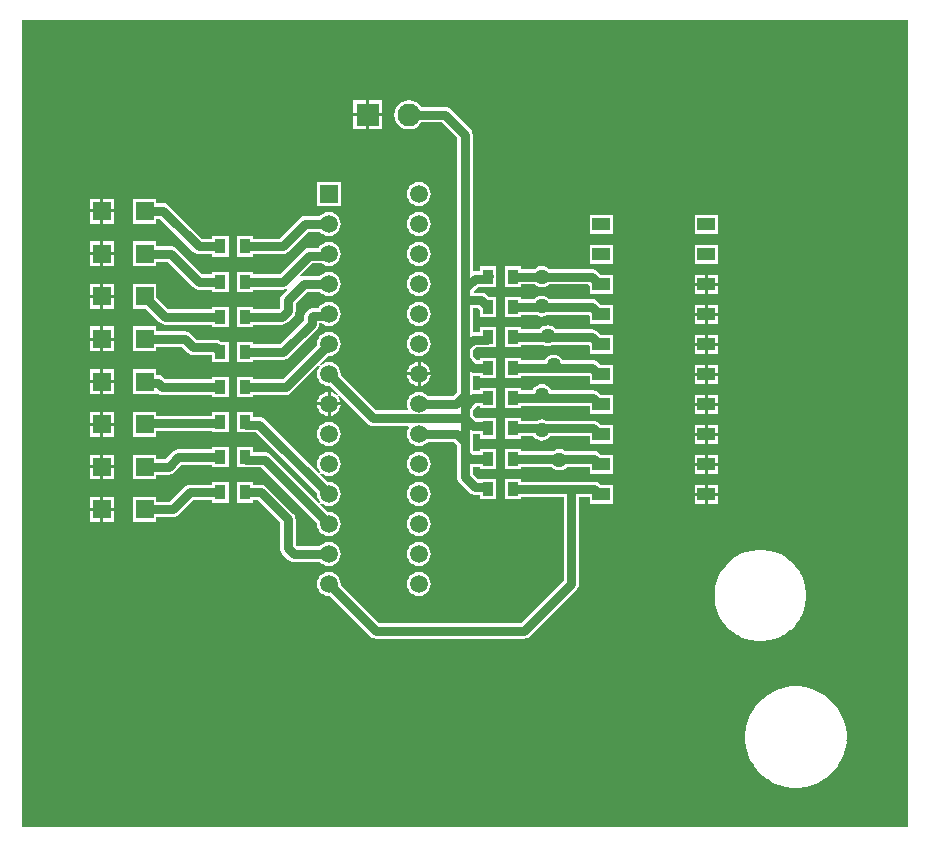
<source format=gbr>
%FSTAX23Y23*%
%MOIN*%
%SFA1B1*%

%IPPOS*%
%ADD10R,0.059055X0.062992*%
%ADD11R,0.059055X0.043307*%
%ADD12R,0.035433X0.047244*%
%ADD13C,0.031496*%
%ADD14C,0.076772*%
%ADD15R,0.076772X0.076772*%
%ADD16C,0.059055*%
%ADD17R,0.059055X0.059055*%
%ADD18C,0.050000*%
%LNpcb2_copper_signal_top-1*%
%LPD*%
G36*
X0561Y01D02*
X02657D01*
Y0369*
X0561*
Y01*
G37*
%LNpcb2_copper_signal_top-2*%
%LPC*%
G36*
X03857Y03422D02*
X03814D01*
Y03379*
X03857*
Y03422*
G37*
G36*
X03804D02*
X0376D01*
Y03379*
X03804*
Y03422*
G37*
G36*
X03857Y03369D02*
X03814D01*
Y03325*
X03857*
Y03369*
G37*
G36*
X03804D02*
X0376D01*
Y03325*
X03804*
Y03369*
G37*
G36*
X03719Y03149D02*
X0364D01*
Y0307*
X03719*
Y03149*
G37*
G36*
X0398Y03149D02*
X03969Y03148D01*
X0396Y03144*
X03951Y03138*
X03945Y03129*
X03941Y0312*
X0394Y0311*
X03941Y03099*
X03945Y0309*
X03951Y03081*
X0396Y03075*
X03969Y03071*
X0398Y0307*
X0399Y03071*
X03999Y03075*
X04008Y03081*
X04014Y0309*
X04018Y03099*
X04019Y0311*
X04018Y0312*
X04014Y03129*
X04008Y03138*
X03999Y03144*
X0399Y03148*
X0398Y03149*
G37*
G36*
X02962Y03094D02*
X02928D01*
Y03058*
X02962*
Y03094*
G37*
G36*
X02918D02*
X02883D01*
Y03058*
X02918*
Y03094*
G37*
G36*
X02962Y03048D02*
X02928D01*
Y03011*
X02962*
Y03048*
G37*
G36*
X02918D02*
X02883D01*
Y03011*
X02918*
Y03048*
G37*
G36*
X04978Y0304D02*
X04899D01*
Y02977*
X04978*
Y0304*
G37*
G36*
X04628D02*
X04549D01*
Y02977*
X04628*
Y0304*
G37*
G36*
X0398Y03049D02*
X03969Y03048D01*
X0396Y03044*
X03951Y03038*
X03945Y03029*
X03941Y0302*
X0394Y0301*
X03941Y02999*
X03945Y0299*
X03951Y02981*
X0396Y02975*
X03969Y02971*
X0398Y0297*
X0399Y02971*
X03999Y02975*
X04008Y02981*
X04014Y0299*
X04018Y02999*
X04019Y0301*
X04018Y0302*
X04014Y03029*
X04008Y03038*
X03999Y03044*
X0399Y03048*
X0398Y03049*
G37*
G36*
X0368D02*
X03669Y03048D01*
X0366Y03044*
X03651Y03038*
X0365Y03035*
X036*
X03593Y03035*
X03587Y03032*
X03582Y03028*
X03514Y0296*
X03428*
Y02968*
X03372*
Y02901*
X03428*
Y02909*
X03525*
X03532Y02909*
X03538Y02912*
X03543Y02916*
X03611Y02984*
X0365*
X03651Y02981*
X0366Y02975*
X03669Y02971*
X0368Y0297*
X0369Y02971*
X03699Y02975*
X03708Y02981*
X03714Y0299*
X03718Y02999*
X03719Y0301*
X03718Y0302*
X03714Y03029*
X03708Y03038*
X03699Y03044*
X0369Y03048*
X0368Y03049*
G37*
G36*
X02962Y02952D02*
X02928D01*
Y02915*
X02962*
Y02952*
G37*
G36*
X02918D02*
X02883D01*
Y02915*
X02918*
Y02952*
G37*
G36*
X03104Y03094D02*
X03025D01*
Y03011*
X03104*
Y03027*
X03117*
X03227Y02916*
X03233Y02912*
X03239Y02909*
X03246Y02909*
X0329*
Y02901*
X03345*
Y02968*
X0329*
Y0296*
X03256*
X03146Y03071*
X03141Y03075*
X03134Y03078*
X03128Y03079*
X03104*
Y03094*
G37*
G36*
X04978Y0294D02*
X04899D01*
Y02877*
X04978*
Y0294*
G37*
G36*
X04628D02*
X04549D01*
Y02877*
X04628*
Y0294*
G37*
G36*
X0398Y02949D02*
X03969Y02948D01*
X0396Y02944*
X03951Y02938*
X03945Y02929*
X03941Y0292*
X0394Y0291*
X03941Y02899*
X03945Y0289*
X03951Y02881*
X0396Y02875*
X03969Y02871*
X0398Y0287*
X0399Y02871*
X03999Y02875*
X04008Y02881*
X04014Y0289*
X04018Y02899*
X04019Y0291*
X04018Y0292*
X04014Y02929*
X04008Y02938*
X03999Y02944*
X0399Y02948*
X0398Y02949*
G37*
G36*
X0368D02*
X03669Y02948D01*
X0366Y02944*
X03651Y02938*
X03646Y0293*
X03613*
X03606Y02929*
X036Y02927*
X03595Y02923*
X03515Y02843*
X03428*
Y02851*
X03372*
Y02784*
X03428*
Y02791*
X03526*
X03533Y02792*
X03539Y02795*
X03541Y02791*
X03524Y02774*
X0352Y02768*
X03518Y02762*
X03517Y02755*
Y02729*
X03514Y02726*
X03428*
Y02734*
X03372*
Y02667*
X03428*
Y02674*
X03524*
X03531Y02675*
X03537Y02678*
X03543Y02682*
X03561Y027*
X03565Y02706*
X03568Y02712*
X03569Y02719*
Y02745*
X03608Y02784*
X0365*
X03651Y02781*
X0366Y02775*
X03669Y02771*
X0368Y0277*
X0369Y02771*
X03699Y02775*
X03708Y02781*
X03714Y0279*
X03718Y02799*
X03719Y0281*
X03718Y0282*
X03714Y02829*
X03708Y02838*
X03699Y02844*
X0369Y02848*
X0368Y02849*
X03669Y02848*
X0366Y02844*
X03651Y02838*
X0365Y02835*
X03597*
X0359Y02835*
X03584Y02832*
X03582Y02836*
X03624Y02878*
X03655*
X0366Y02875*
X03669Y02871*
X0368Y0287*
X0369Y02871*
X03699Y02875*
X03708Y02881*
X03714Y0289*
X03718Y02899*
X03719Y0291*
X03718Y0292*
X03714Y02929*
X03708Y02938*
X03699Y02944*
X0369Y02948*
X0368Y02949*
G37*
G36*
X02962Y02905D02*
X02928D01*
Y02869*
X02962*
Y02905*
G37*
G36*
X02918D02*
X02883D01*
Y02869*
X02918*
Y02905*
G37*
G36*
X04389Y02869D02*
X0438Y02868D01*
X04372Y02865*
X04366Y0286*
X04321*
Y02868*
X04265*
Y02801*
X04321*
Y02808*
X04366*
X04372Y02804*
X0438Y028*
X04389Y02799*
X04398Y028*
X04407Y02804*
X04413Y02808*
X04544*
X04549Y02803*
Y02777*
X04628*
Y0284*
X04585*
X04573Y02853*
X04568Y02857*
X04561Y02859*
X04555Y0286*
X04413*
X04407Y02865*
X04398Y02868*
X04389Y02869*
G37*
G36*
X04978Y0284D02*
X04943D01*
Y02814*
X04978*
Y0284*
G37*
G36*
X04933D02*
X04899D01*
Y02814*
X04933*
Y0284*
G37*
G36*
X03104Y02952D02*
X03025D01*
Y02869*
X03104*
Y02884*
X03141*
X03226Y02799*
X03232Y02795*
X03238Y02792*
X03245Y02791*
X0329*
Y02784*
X03345*
Y02851*
X0329*
Y02843*
X03255*
X0317Y02929*
X03165Y02933*
X03158Y02935*
X03152Y02936*
X03104*
Y02952*
G37*
G36*
X04978Y02804D02*
X04943D01*
Y02777*
X04978*
Y02804*
G37*
G36*
X04933D02*
X04899D01*
Y02777*
X04933*
Y02804*
G37*
G36*
X02962Y0281D02*
X02928D01*
Y02773*
X02962*
Y0281*
G37*
G36*
X02918D02*
X02883D01*
Y02773*
X02918*
Y0281*
G37*
G36*
X0398Y02849D02*
X03969Y02848D01*
X0396Y02844*
X03951Y02838*
X03945Y02829*
X03941Y0282*
X0394Y0281*
X03941Y02799*
X03945Y0279*
X03951Y02781*
X0396Y02775*
X03969Y02771*
X0398Y0277*
X0399Y02771*
X03999Y02775*
X04008Y02781*
X04014Y0279*
X04018Y02799*
X04019Y0281*
X04018Y0282*
X04014Y02829*
X04008Y02838*
X03999Y02844*
X0399Y02848*
X0398Y02849*
G37*
G36*
X04389Y02771D02*
X0438Y0277D01*
X04372Y02766*
X04364Y02761*
X04363Y02759*
X04321*
Y02767*
X04265*
Y02699*
X04321*
Y02707*
X04369*
X04372Y02705*
X0438Y02702*
X04389Y027*
X04398Y02702*
X04407Y02705*
X04409Y02707*
X04545*
X04549Y02703*
Y02677*
X04628*
Y0274*
X04585*
X04574Y02751*
X04569Y02755*
X04563Y02758*
X04556Y02759*
X04416*
X04414Y02761*
X04407Y02766*
X04398Y0277*
X04389Y02771*
G37*
G36*
X02962Y02763D02*
X02928D01*
Y02727*
X02962*
Y02763*
G37*
G36*
X02918D02*
X02883D01*
Y02727*
X02918*
Y02763*
G37*
G36*
X04978Y0274D02*
X04943D01*
Y02714*
X04978*
Y0274*
G37*
G36*
X04933D02*
X04899D01*
Y02714*
X04933*
Y0274*
G37*
G36*
X03946Y03422D02*
X03934Y03421D01*
X03922Y03416*
X03912Y03408*
X03904Y03398*
X03899Y03386*
X03898Y03374*
X03899Y03361*
X03904Y03349*
X03912Y03339*
X03922Y03331*
X03934Y03326*
X03946Y03325*
X03959Y03326*
X03971Y03331*
X03981Y03339*
X03987Y03348*
X04056*
X04107Y03296*
Y02795*
Y02755*
Y02598*
Y02559*
Y02451*
X04092Y02435*
X04009*
X04008Y02438*
X03999Y02444*
X0399Y02448*
X0398Y02449*
X03969Y02448*
X0396Y02444*
X03951Y02438*
X03945Y02429*
X03941Y0242*
X0394Y0241*
X03941Y02399*
X03944Y02393*
X0394Y02388*
X03838*
X03719Y02507*
X03719Y0251*
X03718Y0252*
X03714Y02529*
X03708Y02538*
X03699Y02544*
X0369Y02548*
X0368Y02549*
X03669Y02548*
X0366Y02544*
X03654Y0254*
X03652Y02538*
X03649Y02542*
X03677Y0257*
X0368Y0257*
X0369Y02571*
X03699Y02575*
X03708Y02581*
X03714Y0259*
X03718Y02599*
X03719Y0261*
X03718Y0262*
X03714Y02629*
X03708Y02638*
X03699Y02644*
X0369Y02648*
X0368Y02649*
X03669Y02648*
X0366Y02644*
X03651Y02638*
X03645Y02629*
X03641Y0262*
X0364Y0261*
X0364Y02607*
X03525Y02492*
X03428*
Y025*
X03372*
Y02432*
X03428*
Y0244*
X03536*
X03543Y02441*
X03549Y02443*
X03554Y02448*
X03647Y0254*
X03651Y02537*
X03649Y02535*
X03645Y02529*
X03641Y0252*
X0364Y0251*
X03641Y02499*
X03645Y0249*
X03651Y02481*
X0366Y02475*
X03669Y02471*
X0368Y0247*
X03682Y0247*
X0371Y02442*
X03707Y02438*
X03705Y0244*
X03699Y02444*
X0369Y02448*
X03685Y02449*
Y02415*
X03719*
X03718Y0242*
X03714Y02429*
X0371Y02435*
X03708Y02437*
X03712Y0244*
X03809Y02343*
X03814Y02339*
X03821Y02337*
X03827Y02336*
X03944*
X03946Y02331*
X03945Y02329*
X03941Y0232*
X0394Y0231*
X03941Y02299*
X03945Y0229*
X03951Y02281*
X0396Y02275*
X03969Y02271*
X0398Y0227*
X0399Y02271*
X03999Y02275*
X04008Y02281*
X04009Y02284*
X04096*
X04107Y02272*
Y02244*
Y02165*
X04108Y02158*
X04111Y02152*
X04115Y02146*
X04146Y02115*
X04152Y02111*
X04158Y02108*
X04165Y02107*
X04182*
Y02092*
X04238*
Y02159*
X0421*
X04208Y02159*
X04176*
X04159Y02176*
Y02201*
X04182*
Y02193*
X04238*
Y0226*
X04182*
Y02253*
X04161*
X04159Y02254*
Y02283*
Y0231*
X04182*
Y02294*
X04238*
Y02362*
X0421*
X04208Y02362*
X0417*
X04159Y02372*
Y0239*
X04172Y02403*
X04182*
Y02396*
X04238*
Y02463*
X04182*
Y02455*
X04161*
X04159Y02457*
Y02503*
X04161Y02504*
X04182*
Y02497*
X04238*
Y02564*
X04182*
Y02556*
X04172*
X04159Y02569*
Y02587*
X0417Y02598*
X04208*
X0421Y02598*
X04238*
Y02665*
X04182*
Y0265*
X04159*
Y02729*
X04177*
X04182Y02724*
Y02699*
X04238*
Y02767*
X04213*
X04206Y02774*
X04201Y02778*
X04194Y0278*
X04188Y02781*
X04164*
X04162Y02786*
X04176Y028*
X04208*
X0421Y02801*
X04238*
Y02834*
X04238Y02836*
X04238Y02838*
Y02868*
X04182*
Y02852*
X04165*
X04163Y02852*
X04159Y02855*
Y03307*
X04158Y03313*
X04156Y0332*
X04152Y03325*
X04085Y03392*
X04079Y03396*
X04073Y03399*
X04066Y03399*
X03987*
X03981Y03408*
X03971Y03416*
X03959Y03421*
X03946Y03422*
G37*
G36*
X04978Y02704D02*
X04943D01*
Y02677*
X04978*
Y02704*
G37*
G36*
X04933D02*
X04899D01*
Y02677*
X04933*
Y02704*
G37*
G36*
X0398Y02749D02*
X03969Y02748D01*
X0396Y02744*
X03951Y02738*
X03945Y02729*
X03941Y0272*
X0394Y0271*
X03941Y02699*
X03945Y0269*
X03951Y02681*
X0396Y02675*
X03969Y02671*
X0398Y0267*
X0399Y02671*
X03999Y02675*
X04008Y02681*
X04014Y0269*
X04018Y02699*
X04019Y0271*
X04018Y0272*
X04014Y02729*
X04008Y02738*
X03999Y02744*
X0399Y02748*
X0398Y02749*
G37*
G36*
X0368D02*
X03669Y02748D01*
X0366Y02744*
X03651Y02738*
X03646Y0273*
X03628*
X03621Y02729*
X03615Y02727*
X0361Y02723*
X03603Y02716*
X03599Y02711*
X03596Y02704*
X03596Y02698*
Y02687*
X03517Y02609*
X03428*
Y02617*
X03372*
Y02549*
X03428*
Y02557*
X03528*
X03535Y02558*
X03541Y02561*
X03546Y02565*
X0364Y02658*
X03644Y02664*
X03647Y0267*
X03648Y02677*
Y02678*
X03655*
X0366Y02675*
X03669Y02671*
X0368Y0267*
X0369Y02671*
X03699Y02675*
X03708Y02681*
X03714Y0269*
X03718Y02699*
X03719Y0271*
X03718Y0272*
X03714Y02729*
X03708Y02738*
X03699Y02744*
X0369Y02748*
X0368Y02749*
G37*
G36*
X03104Y0281D02*
X03025D01*
Y02727*
X03069*
X03114Y02682*
X0312Y02678*
X03126Y02675*
X03133Y02674*
X0329*
Y02667*
X03345*
Y02734*
X0329*
Y02726*
X03143*
X03104Y02765*
Y0281*
G37*
G36*
X04409Y02673D02*
X044Y02671D01*
X04391Y02668*
X04384Y02662*
X0438Y02658*
X04321*
Y02665*
X04265*
Y02598*
X04321*
Y02606*
X04394*
X044Y02603*
X04409Y02602*
X04418Y02603*
X04424Y02606*
X04546*
X04549Y02603*
Y02577*
X04628*
Y0264*
X04585*
X04575Y0265*
X0457Y02654*
X04564Y02657*
X04557Y02658*
X04437*
X04434Y02662*
X04427Y02668*
X04418Y02671*
X04409Y02673*
G37*
G36*
X02962Y02668D02*
X02928D01*
Y02631*
X02962*
Y02668*
G37*
G36*
X02918D02*
X02883D01*
Y02631*
X02918*
Y02668*
G37*
G36*
X04978Y0264D02*
X04943D01*
Y02614*
X04978*
Y0264*
G37*
G36*
X04933D02*
X04899D01*
Y02614*
X04933*
Y0264*
G37*
G36*
X02962Y02621D02*
X02928D01*
Y02585*
X02962*
Y02621*
G37*
G36*
X02918D02*
X02883D01*
Y02585*
X02918*
Y02621*
G37*
G36*
X04978Y02604D02*
X04943D01*
Y02577*
X04978*
Y02604*
G37*
G36*
X04933D02*
X04899D01*
Y02577*
X04933*
Y02604*
G37*
G36*
X0398Y02649D02*
X03969Y02648D01*
X0396Y02644*
X03951Y02638*
X03945Y02629*
X03941Y0262*
X0394Y0261*
X03941Y02599*
X03945Y0259*
X03951Y02581*
X0396Y02575*
X03969Y02571*
X0398Y0257*
X0399Y02571*
X03999Y02575*
X04008Y02581*
X04014Y0259*
X04018Y02599*
X04019Y0261*
X04018Y0262*
X04014Y02629*
X04008Y02638*
X03999Y02644*
X0399Y02648*
X0398Y02649*
G37*
G36*
X04429Y02574D02*
X04419Y02573D01*
X04411Y02569*
X04404Y02564*
X04398Y02557*
X04398Y02556*
X04321*
Y02564*
X04265*
Y02497*
X04321*
Y02504*
X04422*
X04429Y02504*
X04435Y02504*
X04548*
X04549Y02503*
Y02477*
X04628*
Y0254*
X04585*
X04577Y02549*
X04571Y02553*
X04565Y02556*
X04558Y02556*
X04459*
X04459Y02557*
X04454Y02564*
X04446Y02569*
X04438Y02573*
X04429Y02574*
G37*
G36*
X03104Y02668D02*
X03025D01*
Y02585*
X03104*
Y026*
X03189*
X03209Y0258*
X03215Y02575*
X03221Y02573*
X03228Y02572*
X0329*
Y02549*
X03345*
Y02617*
X0332*
X03316Y0262*
X03309Y02623*
X03303Y02624*
X03239*
X03218Y02644*
X03213Y02649*
X03206Y02651*
X032Y02652*
X03104*
Y02668*
G37*
G36*
X03985Y02549D02*
Y02515D01*
X04019*
X04018Y0252*
X04014Y02529*
X04008Y02538*
X03999Y02544*
X0399Y02548*
X03985Y02549*
G37*
G36*
X03975D02*
X03969Y02548D01*
X0396Y02544*
X03951Y02538*
X03945Y02529*
X03941Y0252*
X0394Y02515*
X03975*
Y02549*
G37*
G36*
X04978Y0254D02*
X04943D01*
Y02514*
X04978*
Y0254*
G37*
G36*
X04933D02*
X04899D01*
Y02514*
X04933*
Y0254*
G37*
G36*
X02962Y02525D02*
X02928D01*
Y02489*
X02962*
Y02525*
G37*
G36*
X02918D02*
X02883D01*
Y02489*
X02918*
Y02525*
G37*
G36*
X04978Y02504D02*
X04943D01*
Y02477*
X04978*
Y02504*
G37*
G36*
X04933D02*
X04899D01*
Y02477*
X04933*
Y02504*
G37*
G36*
X04019Y02505D02*
X03985D01*
Y0247*
X0399Y02471*
X03999Y02475*
X04008Y02481*
X04014Y0249*
X04018Y02499*
X04019Y02505*
G37*
G36*
X03975D02*
X0394D01*
X03941Y02499*
X03945Y0249*
X03951Y02481*
X0396Y02475*
X03969Y02471*
X03975Y0247*
Y02505*
G37*
G36*
X04389Y02476D02*
X0438Y02475D01*
X04372Y02471*
X04364Y02465*
X04359Y02458*
X04357Y02455*
X04321*
Y02463*
X04265*
Y02396*
X04321*
Y02403*
X04549*
Y02377*
X04628*
Y0244*
X04585*
X04578Y02448*
X04573Y02452*
X04566Y02454*
X0456Y02455*
X04421*
X0442Y02458*
X04414Y02465*
X04407Y02471*
X04398Y02475*
X04389Y02476*
G37*
G36*
X02962Y02479D02*
X02928D01*
Y02442*
X02962*
Y02479*
G37*
G36*
X02918D02*
X02883D01*
Y02442*
X02918*
Y02479*
G37*
G36*
X03104Y02525D02*
X03025D01*
Y02442*
X03104*
X03109Y02445*
X03111Y02443*
X03117Y02441*
X03124Y0244*
X0329*
Y02432*
X03345*
Y025*
X0329*
Y02492*
X03134*
X03128Y02498*
X03123Y02502*
X03116Y02505*
X0311Y02506*
X03104*
Y02525*
G37*
G36*
X03675Y02449D02*
X03669Y02448D01*
X0366Y02444*
X03651Y02438*
X03645Y02429*
X03641Y0242*
X0364Y02415*
X03675*
Y02449*
G37*
G36*
X04978Y0244D02*
X04943D01*
Y02414*
X04978*
Y0244*
G37*
G36*
X04933D02*
X04899D01*
Y02414*
X04933*
Y0244*
G37*
G36*
X04978Y02404D02*
X04943D01*
Y02377*
X04978*
Y02404*
G37*
G36*
X04933D02*
X04899D01*
Y02377*
X04933*
Y02404*
G37*
G36*
X03719Y02405D02*
X03685D01*
Y0237*
X0369Y02371*
X03699Y02375*
X03708Y02381*
X03714Y0239*
X03718Y02399*
X03719Y02405*
G37*
G36*
X03675D02*
X0364D01*
X03641Y02399*
X03645Y0239*
X03651Y02381*
X0366Y02375*
X03669Y02371*
X03675Y0237*
Y02405*
G37*
G36*
X02962Y02383D02*
X02928D01*
Y02347*
X02962*
Y02383*
G37*
G36*
X02918D02*
X02883D01*
Y02347*
X02918*
Y02383*
G37*
G36*
X03104D02*
X03025D01*
Y023*
X03104*
Y02319*
X0329*
Y02315*
X03345*
Y02382*
X0329*
Y02371*
X03104*
Y02383*
G37*
G36*
X04978Y0234D02*
X04943D01*
Y02314*
X04978*
Y0234*
G37*
G36*
X04933D02*
X04899D01*
Y02314*
X04933*
Y0234*
G37*
G36*
X02962Y02337D02*
X02928D01*
Y023*
X02962*
Y02337*
G37*
G36*
X02918D02*
X02883D01*
Y023*
X02918*
Y02337*
G37*
G36*
X04978Y02304D02*
X04943D01*
Y02277*
X04978*
Y02304*
G37*
G36*
X04933D02*
X04899D01*
Y02277*
X04933*
Y02304*
G37*
G36*
X04321Y02362D02*
X04265D01*
Y02294*
X04321*
Y02302*
X04361*
X04364Y02297*
X04372Y02292*
X0438Y02288*
X04389Y02287*
X04398Y02288*
X04407Y02292*
X04414Y02297*
X04418Y02302*
X04549*
Y02277*
X04628*
Y0234*
X04585*
X04579Y02346*
X04574Y0235*
X04568Y02353*
X04561Y02354*
X04404*
X04398Y02356*
X04389Y02358*
X0438Y02356*
X04374Y02354*
X04321*
Y02362*
G37*
G36*
X0368Y02349D02*
X03669Y02348D01*
X0366Y02344*
X03651Y02338*
X03645Y02329*
X03641Y0232*
X0364Y0231*
X03641Y02299*
X03645Y0229*
X03651Y02281*
X0366Y02275*
X03669Y02271*
X0368Y0227*
X0369Y02271*
X03699Y02275*
X03708Y02281*
X03714Y0229*
X03718Y02299*
X03719Y0231*
X03718Y0232*
X03714Y02329*
X03708Y02338*
X03699Y02344*
X0369Y02348*
X0368Y02349*
G37*
G36*
X03345Y02265D02*
X0329D01*
Y02258*
X03177*
X0317Y02257*
X03164Y02254*
X03158Y0225*
X03134Y02226*
X03104*
Y02241*
X03025*
Y02158*
X03104*
Y02174*
X03145*
X03151Y02175*
X03158Y02177*
X03163Y02181*
X03187Y02206*
X0329*
Y02198*
X03345*
Y02265*
G37*
G36*
X04978Y0224D02*
X04943D01*
Y02214*
X04978*
Y0224*
G37*
G36*
X04933D02*
X04899D01*
Y02214*
X04933*
Y0224*
G37*
G36*
X02962Y02241D02*
X02928D01*
Y02205*
X02962*
Y02241*
G37*
G36*
X02918D02*
X02883D01*
Y02205*
X02918*
Y02241*
G37*
G36*
X04978Y02204D02*
X04943D01*
Y02177*
X04978*
Y02204*
G37*
G36*
X04933D02*
X04899D01*
Y02177*
X04933*
Y02204*
G37*
G36*
X04321Y0226D02*
X04265D01*
Y02193*
X04321*
Y02201*
X04422*
X04423Y02199*
X04431Y02193*
X04439Y0219*
X04448Y02189*
X04457Y0219*
X04466Y02193*
X04473Y02199*
X04475Y02201*
X04549*
Y02177*
X04628*
Y0224*
X04585*
X0458Y02245*
X04575Y02249*
X04569Y02252*
X04562Y02253*
X04468*
X04466Y02254*
X04457Y02258*
X04448Y02259*
X04439Y02258*
X04431Y02254*
X04428Y02253*
X04321*
Y0226*
G37*
G36*
X0398Y02249D02*
X03969Y02248D01*
X0396Y02244*
X03951Y02238*
X03945Y02229*
X03941Y0222*
X0394Y0221*
X03941Y02199*
X03945Y0219*
X03951Y02181*
X0396Y02175*
X03969Y02171*
X0398Y0217*
X0399Y02171*
X03999Y02175*
X04008Y02181*
X04014Y0219*
X04018Y02199*
X04019Y0221*
X04018Y0222*
X04014Y02229*
X04008Y02238*
X03999Y02244*
X0399Y02248*
X0398Y02249*
G37*
G36*
X02962Y02195D02*
X02928D01*
Y02158*
X02962*
Y02195*
G37*
G36*
X02918D02*
X02883D01*
Y02158*
X02918*
Y02195*
G37*
G36*
X04978Y0214D02*
X04943D01*
Y02114*
X04978*
Y0214*
G37*
G36*
X04933D02*
X04899D01*
Y02114*
X04933*
Y0214*
G37*
G36*
X03345Y02148D02*
X0329D01*
Y0214*
X03217*
X0321Y0214*
X03204Y02137*
X03198Y02133*
X03149Y02084*
X03104*
Y02099*
X03025*
Y02016*
X03104*
Y02032*
X0316*
X03167Y02032*
X03173Y02035*
X03178Y02039*
X03228Y02089*
X0329*
Y02081*
X03345*
Y02148*
G37*
G36*
X03428Y02382D02*
X03372D01*
Y02315*
X034*
X03402Y02315*
X03437*
X0364Y02112*
X0364Y0211*
X03641Y02099*
X03645Y0209*
X03649Y02084*
X03651Y02082*
X03647Y02079*
X03483Y02242*
X03478Y02246*
X03472Y02249*
X03465Y0225*
X03428*
Y02265*
X03372*
Y02198*
X03402*
X03402Y02198*
X03454*
X0364Y02012*
X0364Y0201*
X03641Y01999*
X03645Y0199*
X03651Y01981*
X0366Y01975*
X03669Y01971*
X0368Y0197*
X0369Y01971*
X03699Y01975*
X03708Y01981*
X03714Y0199*
X03718Y01999*
X03719Y0201*
X03718Y0202*
X03714Y02029*
X03708Y02038*
X03699Y02044*
X0369Y02048*
X0368Y02049*
X03677Y02049*
X03649Y02077*
X03652Y02081*
X03654Y02079*
X0366Y02075*
X03669Y02071*
X0368Y0207*
X0369Y02071*
X03699Y02075*
X03708Y02081*
X03714Y0209*
X03718Y02099*
X03719Y0211*
X03718Y0212*
X03714Y02129*
X03708Y02138*
X03699Y02144*
X0369Y02148*
X0368Y02149*
X03677Y02149*
X03649Y02177*
X03652Y02181*
X03654Y02179*
X0366Y02175*
X03669Y02171*
X0368Y0217*
X0369Y02171*
X03699Y02175*
X03708Y02181*
X03714Y0219*
X03718Y02199*
X03719Y0221*
X03718Y0222*
X03714Y02229*
X03708Y02238*
X03699Y02244*
X0369Y02248*
X0368Y02249*
X03669Y02248*
X0366Y02244*
X03651Y02238*
X03645Y02229*
X03641Y0222*
X0364Y0221*
X03641Y02199*
X03645Y0219*
X03649Y02184*
X03651Y02182*
X03647Y02179*
X03466Y02359*
X03461Y02363*
X03455Y02366*
X03448Y02367*
X03428*
Y02382*
G37*
G36*
X04978Y02104D02*
X04943D01*
Y02077*
X04978*
Y02104*
G37*
G36*
X04933D02*
X04899D01*
Y02077*
X04933*
Y02104*
G37*
G36*
X04321Y02159D02*
X04265D01*
Y02092*
X04321*
Y021*
X04462*
Y01821*
X04319Y01679*
X03847*
X03719Y01807*
X03719Y0181*
X03718Y0182*
X03714Y01829*
X03708Y01838*
X03699Y01844*
X0369Y01848*
X0368Y01849*
X03669Y01848*
X0366Y01844*
X03651Y01838*
X03645Y01829*
X03641Y0182*
X0364Y0181*
X03641Y01799*
X03645Y0179*
X03651Y01781*
X0366Y01775*
X03669Y01771*
X0368Y0177*
X03682Y0177*
X03818Y01635*
X03823Y01631*
X03829Y01628*
X03836Y01627*
X0433*
X04337Y01628*
X04343Y01631*
X04349Y01635*
X04506Y01792*
X0451Y01798*
X04513Y01804*
X04514Y01811*
Y021*
X04549*
Y02077*
X04628*
Y0214*
X04585*
X04582Y02144*
X04576Y02148*
X0457Y02151*
X04563Y02151*
X04321*
Y02159*
G37*
G36*
X0398Y02149D02*
X03969Y02148D01*
X0396Y02144*
X03951Y02138*
X03945Y02129*
X03941Y0212*
X0394Y0211*
X03941Y02099*
X03945Y0209*
X03951Y02081*
X0396Y02075*
X03969Y02071*
X0398Y0207*
X0399Y02071*
X03999Y02075*
X04008Y02081*
X04014Y0209*
X04018Y02099*
X04019Y0211*
X04018Y0212*
X04014Y02129*
X04008Y02138*
X03999Y02144*
X0399Y02148*
X0398Y02149*
G37*
G36*
X02962Y02099D02*
X02928D01*
Y02063*
X02962*
Y02099*
G37*
G36*
X02918D02*
X02883D01*
Y02063*
X02918*
Y02099*
G37*
G36*
X02962Y02053D02*
X02928D01*
Y02016*
X02962*
Y02053*
G37*
G36*
X02918D02*
X02883D01*
Y02016*
X02918*
Y02053*
G37*
G36*
X0398Y02049D02*
X03969Y02048D01*
X0396Y02044*
X03951Y02038*
X03945Y02029*
X03941Y0202*
X0394Y0201*
X03941Y01999*
X03945Y0199*
X03951Y01981*
X0396Y01975*
X03969Y01971*
X0398Y0197*
X0399Y01971*
X03999Y01975*
X04008Y01981*
X04014Y0199*
X04018Y01999*
X04019Y0201*
X04018Y0202*
X04014Y02029*
X04008Y02038*
X03999Y02044*
X0399Y02048*
X0398Y02049*
G37*
G36*
X05127Y01923D02*
X05108D01*
X05108Y01923*
X05107Y01923*
X05089Y01921*
X05088Y01921*
X05087Y01921*
X05069Y01916*
X05069Y01915*
X05068Y01915*
X05051Y01908*
X0505Y01908*
X0505Y01908*
X05033Y01898*
X05033Y01898*
X05032Y01898*
X05018Y01886*
X05017Y01886*
X05017Y01885*
X05003Y01872*
X05003Y01872*
X05003Y01871*
X04991Y01856*
X04991Y01856*
X0499Y01855*
X04981Y01839*
X04981Y01839*
X04981Y01838*
X04973Y01821*
X04973Y0182*
X04973Y0182*
X04968Y01802*
X04968Y01801*
X04968Y018*
X04966Y01782*
X04966Y01781*
X04965Y0178*
Y01762*
X04966Y01761*
X04966Y01761*
X04968Y01742*
X04968Y01741*
X04968Y01741*
X04973Y01723*
X04973Y01722*
X04973Y01722*
X04981Y01704*
X04981Y01704*
X04981Y01703*
X0499Y01687*
X04991Y01687*
X04991Y01686*
X05003Y01671*
X05003Y01671*
X05003Y0167*
X05017Y01657*
X05017Y01657*
X05018Y01656*
X05032Y01645*
X05033Y01644*
X05033Y01644*
X0505Y01635*
X0505Y01635*
X05051Y01634*
X05068Y01627*
X05069Y01627*
X05069Y01627*
X05087Y01622*
X05088Y01622*
X05089Y01622*
X05107Y01619*
X05108Y01619*
X05108Y01619*
X05127*
X05128Y01619*
X05128Y01619*
X05147Y01622*
X05147Y01622*
X05148Y01622*
X05166Y01627*
X05167Y01627*
X05167Y01627*
X05184Y01634*
X05185Y01635*
X05186Y01635*
X05202Y01644*
X05202Y01644*
X05203Y01645*
X05218Y01656*
X05218Y01657*
X05219Y01657*
X05232Y0167*
X05232Y01671*
X05233Y01671*
X05244Y01686*
X05244Y01687*
X05245Y01687*
X05254Y01703*
X05254Y01704*
X05255Y01704*
X05262Y01722*
X05262Y01722*
X05262Y01723*
X05267Y01741*
X05267Y01741*
X05267Y01742*
X0527Y01761*
X0527Y01761*
X0527Y01762*
Y0178*
X0527Y01781*
X0527Y01782*
X05267Y018*
X05267Y01801*
X05267Y01802*
X05262Y0182*
X05262Y0182*
X05262Y01821*
X05255Y01838*
X05254Y01839*
X05254Y01839*
X05245Y01855*
X05244Y01856*
X05244Y01856*
X05233Y01871*
X05232Y01872*
X05232Y01872*
X05219Y01885*
X05218Y01886*
X05218Y01886*
X05203Y01898*
X05202Y01898*
X05202Y01898*
X05186Y01908*
X05185Y01908*
X05184Y01908*
X05167Y01915*
X05167Y01915*
X05166Y01916*
X05148Y01921*
X05147Y01921*
X05147Y01921*
X05128Y01923*
X05128Y01923*
X05127Y01923*
G37*
G36*
X0398Y01949D02*
X03969Y01948D01*
X0396Y01944*
X03951Y01938*
X03945Y01929*
X03941Y0192*
X0394Y0191*
X03941Y01899*
X03945Y0189*
X03951Y01881*
X0396Y01875*
X03969Y01871*
X0398Y0187*
X0399Y01871*
X03999Y01875*
X04008Y01881*
X04014Y0189*
X04018Y01899*
X04019Y0191*
X04018Y0192*
X04014Y01929*
X04008Y01938*
X03999Y01944*
X0399Y01948*
X0398Y01949*
G37*
G36*
X03428Y02148D02*
X03372D01*
Y02081*
X03428*
Y02089*
X03442*
X03517Y02014*
Y01929*
X03518Y01922*
X0352Y01916*
X03524Y0191*
X03544Y01891*
X03549Y01887*
X03555Y01884*
X03562Y01884*
X0365*
X03651Y01881*
X0366Y01875*
X03669Y01871*
X0368Y0187*
X0369Y01871*
X03699Y01875*
X03708Y01881*
X03714Y0189*
X03718Y01899*
X03719Y0191*
X03718Y0192*
X03714Y01929*
X03708Y01938*
X03699Y01944*
X0369Y01948*
X0368Y01949*
X03669Y01948*
X0366Y01944*
X03651Y01938*
X0365Y01935*
X03573*
X03569Y01939*
Y02025*
X03568Y02031*
X03565Y02038*
X03561Y02043*
X03471Y02133*
X03466Y02137*
X0346Y0214*
X03453Y0214*
X03428*
Y02148*
G37*
G36*
X0398Y01849D02*
X03969Y01848D01*
X0396Y01844*
X03951Y01838*
X03945Y01829*
X03941Y0182*
X0394Y0181*
X03941Y01799*
X03945Y0179*
X03951Y01781*
X0396Y01775*
X03969Y01771*
X0398Y0177*
X0399Y01771*
X03999Y01775*
X04008Y01781*
X04014Y0179*
X04018Y01799*
X04019Y0181*
X04018Y0182*
X04014Y01829*
X04008Y01838*
X03999Y01844*
X0399Y01848*
X0398Y01849*
G37*
G36*
X05246Y01468D02*
X05225D01*
X05225Y01467*
X05224Y01468*
X05203Y01465*
X05203Y01465*
X05202Y01465*
X05182Y01459*
X05181Y01459*
X05181Y01459*
X05161Y01451*
X05161Y0145*
X0516Y0145*
X05142Y0144*
X05142Y01439*
X05141Y01439*
X05125Y01426*
X05124Y01426*
X05124Y01425*
X05109Y01411*
X05109Y0141*
X05108Y0141*
X05095Y01393*
X05095Y01393*
X05095Y01392*
X05084Y01374*
X05084Y01374*
X05084Y01373*
X05076Y01354*
X05076Y01353*
X05075Y01352*
X0507Y01332*
X0507Y01332*
X0507Y01331*
X05067Y0131*
X05067Y0131*
X05067Y01309*
Y01288*
X05067Y01288*
X05067Y01287*
X0507Y01266*
X0507Y01266*
X0507Y01265*
X05075Y01245*
X05076Y01244*
X05076Y01244*
X05084Y01224*
X05084Y01224*
X05084Y01223*
X05095Y01205*
X05095Y01205*
X05095Y01204*
X05108Y01188*
X05109Y01187*
X05109Y01187*
X05124Y01172*
X05124Y01172*
X05125Y01171*
X05141Y01158*
X05142Y01158*
X05142Y01158*
X0516Y01147*
X05161Y01147*
X05161Y01147*
X05181Y01139*
X05181Y01139*
X05182Y01138*
X05202Y01133*
X05203Y01133*
X05203Y01133*
X05224Y0113*
X05225Y0113*
X05225Y0113*
X05246*
X05247Y0113*
X05247Y0113*
X05268Y01133*
X05269Y01133*
X05269Y01133*
X05289Y01138*
X0529Y01139*
X05291Y01139*
X0531Y01147*
X05311Y01147*
X05311Y01147*
X05329Y01158*
X0533Y01158*
X0533Y01158*
X05347Y01171*
X05347Y01172*
X05348Y01172*
X05363Y01187*
X05363Y01187*
X05363Y01188*
X05376Y01204*
X05376Y01205*
X05377Y01205*
X05387Y01223*
X05387Y01224*
X05388Y01224*
X05396Y01244*
X05396Y01244*
X05396Y01245*
X05402Y01265*
X05402Y01266*
X05402Y01266*
X05405Y01287*
X05404Y01288*
X05405Y01288*
Y01309*
X05404Y0131*
X05405Y0131*
X05402Y01331*
X05402Y01332*
X05402Y01332*
X05396Y01352*
X05396Y01353*
X05396Y01354*
X05388Y01373*
X05387Y01374*
X05387Y01374*
X05377Y01392*
X05376Y01393*
X05376Y01393*
X05363Y0141*
X05363Y0141*
X05363Y01411*
X05348Y01425*
X05347Y01426*
X05347Y01426*
X0533Y01439*
X0533Y01439*
X05329Y0144*
X05311Y0145*
X05311Y0145*
X0531Y01451*
X05291Y01459*
X0529Y01459*
X05289Y01459*
X05269Y01465*
X05269Y01465*
X05268Y01465*
X05247Y01468*
X05247Y01467*
X05246Y01468*
G37*
%LNpcb2_copper_signal_top-3*%
%LPD*%
G54D10*
X03065Y02342D03*
X02923D03*
X03065Y022D03*
X02923D03*
X03065Y02484D03*
X02923D03*
X03065Y02626D03*
X02923D03*
X03065Y02768D03*
X02923D03*
X03065Y03053D03*
X02923D03*
X03065Y0291D03*
X02923D03*
X03065Y02058D03*
X02923D03*
G54D11*
X04588Y02109D03*
Y02209D03*
Y02309D03*
Y02409D03*
Y02509D03*
Y02609D03*
Y02709D03*
Y02809D03*
Y02909D03*
Y03009D03*
X04938D03*
Y02909D03*
Y02809D03*
Y02709D03*
Y02609D03*
Y02509D03*
Y02409D03*
Y02309D03*
Y02209D03*
Y02109D03*
G54D12*
X04293Y02834D03*
X0421D03*
X04293Y02733D03*
X0421D03*
X04293Y02632D03*
X0421D03*
X04293Y0253D03*
X0421D03*
X04293Y02429D03*
X0421D03*
X04293Y02328D03*
X0421D03*
X04293Y02227D03*
X0421D03*
X04293Y02125D03*
X0421D03*
X03317Y02115D03*
X034D03*
X03317Y02232D03*
X034D03*
X03317Y02349D03*
X034D03*
X03317Y02466D03*
X034D03*
X03317Y02583D03*
X034D03*
X03317Y027D03*
X034D03*
X03317Y02817D03*
X034D03*
X03317Y02935D03*
X034D03*
G54D13*
X04293Y02227D02*
X04562D01*
X04293Y02834D02*
X04555D01*
X04293Y02733D02*
X04556D01*
X04293Y02632D02*
X04557D01*
X04107Y0231D02*
X04133Y02283D01*
X0398Y0231D02*
X04107D01*
X0421Y02834D02*
X04212Y02836D01*
X03827Y02362D02*
X04133D01*
X04293Y0253D02*
X04558D01*
X04293Y02429D02*
X0456D01*
X04293Y02328D02*
X04561D01*
X04488Y02125D02*
X04563D01*
X04293D02*
X04488D01*
X0433Y01653D02*
X04488Y01811D01*
Y02125*
X04561Y02328D02*
X0458Y02309D01*
X04588*
X04562Y02227D02*
X0458Y02209D01*
X04588*
X0368Y0181D02*
X03836Y01653D01*
X0433*
X0368Y0251D02*
X03827Y02362D01*
X04133Y02283D02*
Y02362D01*
Y02244D02*
Y02283D01*
Y0244D02*
Y02559D01*
Y02401D02*
Y0244D01*
Y02401D02*
X04161Y02429D01*
X04102Y0241D02*
X04133Y0244D01*
X0398Y0241D02*
X04102D01*
X04133Y02795D02*
Y03307D01*
Y02755D02*
Y02795D01*
X04165Y02826D02*
X04208D01*
X0421Y02828D02*
Y02834D01*
X04208Y02826D02*
X0421Y02828D01*
X04133Y02795D02*
X04165Y02826D01*
X04133Y02598D02*
Y02755D01*
X04208Y02741D02*
X0421Y02739D01*
Y02733D02*
Y02739D01*
X04202Y02741D02*
X04208D01*
X04188Y02755D02*
X04202Y02741D01*
X04133Y02755D02*
X04188D01*
X04133Y02559D02*
Y02598D01*
X04159Y02624D02*
X04208D01*
X04133Y02598D02*
X04159Y02624D01*
X0421Y02626D02*
Y02632D01*
X04208Y02624D02*
X0421Y02626D01*
X04133Y02559D02*
X04161Y0253D01*
X0421*
X04133Y02362D02*
Y02401D01*
X04161Y02429D02*
X0421D01*
X04208Y02336D02*
X0421Y02334D01*
X04159Y02336D02*
X04208D01*
X04133Y02362D02*
X04159Y02336D01*
X0421Y02328D02*
Y02334D01*
X04133Y02165D02*
Y02244D01*
X0415Y02227D02*
X0421D01*
X04133Y02244D02*
X0415Y02227D01*
X04133Y02165D02*
X04165Y02133D01*
X0421Y02125D02*
Y02131D01*
X04208Y02133D02*
X0421Y02131D01*
X04165Y02133D02*
X04208D01*
X03927Y03374D02*
X04066D01*
X04133Y03307*
X04563Y02125D02*
X0458Y02109D01*
X04588*
X0456Y02429D02*
X0458Y02409D01*
X04588*
X04558Y0253D02*
X0458Y02509D01*
X04588*
X04557Y02632D02*
X0458Y02609D01*
X04588*
X04556Y02733D02*
X0458Y02709D01*
X04588*
X04555Y02834D02*
X0458Y02809D01*
X04588*
X034Y02343D02*
X03402Y02341D01*
X03448D02*
X0368Y0211D01*
X03402Y02341D02*
X03448D01*
X034Y02343D02*
Y02349D01*
Y02226D02*
Y02232D01*
X03465Y02224D02*
X0368Y0201D01*
X03402Y02224D02*
X03465D01*
X034Y02226D02*
X03402Y02224D01*
X03562Y0191D02*
X0368D01*
X03543Y01929D02*
X03562Y0191D01*
X03543Y01929D02*
Y02025D01*
X03453Y02115D02*
X03543Y02025D01*
X034Y02115D02*
X03453D01*
X03536Y02466D02*
X0368Y0261D01*
X034Y02466D02*
X03536D01*
X03674Y02704D02*
X0368Y0271D01*
X03628Y02704D02*
X03674D01*
X03622Y02698D02*
X03628Y02704D01*
X03622Y02677D02*
Y02698D01*
X03528Y02583D02*
X03622Y02677D01*
X03524Y027D02*
X03543Y02719D01*
Y02755D02*
X03597Y0281D01*
X03543Y02719D02*
Y02755D01*
X034Y027D02*
X03524D01*
X034Y02583D02*
X03528D01*
X03597Y0281D02*
X0368D01*
X03526Y02817D02*
X03613Y02904D01*
X03674D02*
X0368Y0291D01*
X03613Y02904D02*
X03674D01*
X034Y02817D02*
X03526D01*
X034Y02935D02*
X03525D01*
X036Y0301*
X0368*
X0316Y02058D02*
X03217Y02115D01*
X03317*
X03065Y02058D02*
X0316D01*
X03177Y02232D02*
X03317D01*
X03145Y022D02*
X03177Y02232D01*
X03065Y022D02*
X03145D01*
X03315Y02345D02*
X03317Y02347D01*
Y02349*
X03068Y02345D02*
X03315D01*
X03065Y02342D02*
X03068Y02345D01*
X03069Y0248D02*
X0311D01*
X03065Y02484D02*
X03069Y0248D01*
X0311D02*
X03124Y02466D01*
X03317*
X03228Y02598D02*
X03303D01*
X03317Y02583D02*
Y02589D01*
X03315Y02591D02*
X03317Y02589D01*
X0331Y02591D02*
X03315D01*
X03303Y02598D02*
X0331Y02591D01*
X03065Y02626D02*
X032D01*
X03228Y02598*
X0308Y02752D02*
X03133Y027D01*
X03317*
X03065Y02766D02*
Y02768D01*
Y02766D02*
X03078Y02752D01*
X0308*
X03245Y02817D02*
X03317D01*
X03152Y0291D02*
X03245Y02817D01*
X03065Y0291D02*
X03152D01*
X03246Y02935D02*
X03317D01*
X03128Y03053D02*
X03246Y02935D01*
X03065Y03053D02*
X03128D01*
G54D14*
X03946Y03374D03*
G54D15*
X03809Y03374D03*
G54D16*
X0398Y0181D03*
Y0191D03*
Y0201D03*
Y0211D03*
Y0221D03*
Y0231D03*
Y0241D03*
Y0251D03*
Y0261D03*
Y0271D03*
Y0281D03*
Y0291D03*
Y0301D03*
Y0311D03*
X0368Y0181D03*
Y0191D03*
Y0201D03*
Y0211D03*
Y0221D03*
Y0231D03*
Y0241D03*
Y0251D03*
Y0261D03*
Y0271D03*
Y0281D03*
Y0291D03*
Y0301D03*
G54D17*
X0368Y0311D03*
G54D18*
X04389Y02834D03*
Y02736D03*
X04409Y02637D03*
X04429Y02539D03*
X04389Y0244D03*
Y02322D03*
X04448Y02224D03*
M02*
</source>
